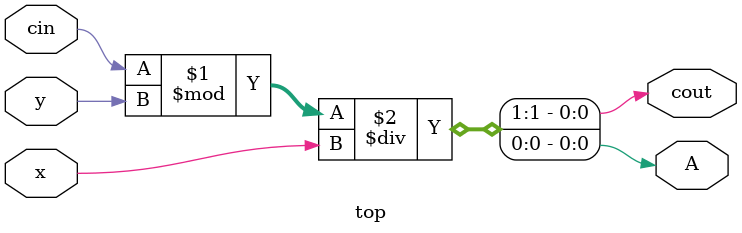
<source format=v>
module top
(
 input x,
 input y,
 input cin,

 output A,
 output cout
 );

`ifndef BUG
assign {cout,A} =  cin % y / x;
`else
assign {cout,A} =  2'bZZ;
`endif

endmodule

</source>
